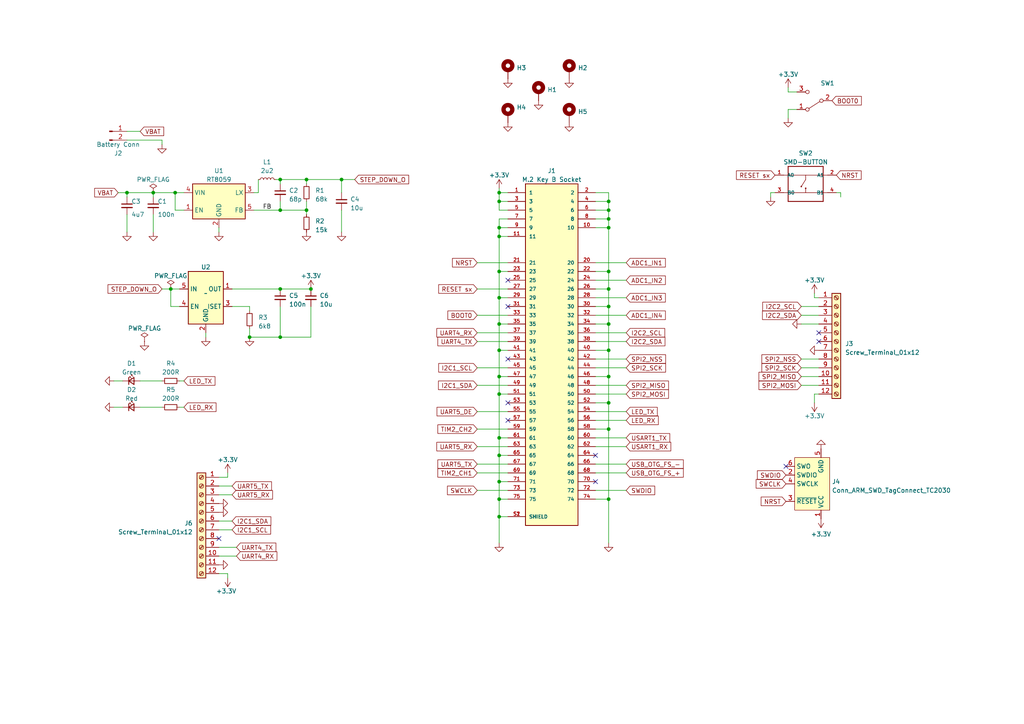
<source format=kicad_sch>
(kicad_sch (version 20230121) (generator eeschema)
  (paper "A4")
  (title_block (title "STLoRa Carrier Board") (date "2023-07-24") (rev "V1a") (company "SenseA Lab"))
  (lib_symbols
    (symbol "Collins_Custom_Libs:M.2 Key B Socket" (pin_names (offset 1.016))
      (property "Reference" "J" (at -7.62 49.022 0))
      (property "Value" "M.2 Key B Socket" (at -7.62 -51.562 0))
      (symbol "M.2 Key B Socket_0_0"
        (rectangle (start -7.62 -50.8) (end 7.62 48.26) (stroke (width 0.254)) (fill (type background)))
        (pin passive line (at -12.7 45.72 0) (length 5.08) (name "1") (number "1"))
        (pin passive line (at 12.7 35.56 180) (length 5.08) (name "10") (number "10"))
        (pin passive line (at -12.7 33.02 0) (length 5.08) (name "11") (number "11"))
        (pin passive line (at 12.7 45.72 180) (length 5.08) (name "2") (number "2"))
        (pin passive line (at 12.7 25.4 180) (length 5.08) (name "20") (number "20"))
        (pin passive line (at -12.7 25.4 0) (length 5.08) (name "21") (number "21"))
        (pin passive line (at 12.7 22.86 180) (length 5.08) (name "22") (number "22"))
        (pin passive line (at -12.7 22.86 0) (length 5.08) (name "23") (number "23"))
        (pin passive line (at 12.7 20.32 180) (length 5.08) (name "24") (number "24"))
        (pin passive line (at -12.7 20.32 0) (length 5.08) (name "25") (number "25"))
        (pin passive line (at 12.7 17.78 180) (length 5.08) (name "26") (number "26"))
        (pin passive line (at -12.7 17.78 0) (length 5.08) (name "27") (number "27"))
        (pin passive line (at 12.7 15.24 180) (length 5.08) (name "28") (number "28"))
        (pin passive line (at -12.7 15.24 0) (length 5.08) (name "29") (number "29"))
        (pin passive line (at -12.7 43.18 0) (length 5.08) (name "3") (number "3"))
        (pin passive line (at 12.7 12.7 180) (length 5.08) (name "30") (number "30"))
        (pin passive line (at -12.7 12.7 0) (length 5.08) (name "31") (number "31"))
        (pin passive line (at 12.7 10.16 180) (length 5.08) (name "32") (number "32"))
        (pin passive line (at -12.7 10.16 0) (length 5.08) (name "33") (number "33"))
        (pin passive line (at 12.7 7.62 180) (length 5.08) (name "34") (number "34"))
        (pin passive line (at -12.7 7.62 0) (length 5.08) (name "35") (number "35"))
        (pin passive line (at 12.7 5.08 180) (length 5.08) (name "36") (number "36"))
        (pin passive line (at -12.7 5.08 0) (length 5.08) (name "37") (number "37"))
        (pin passive line (at 12.7 2.54 180) (length 5.08) (name "38") (number "38"))
        (pin passive line (at -12.7 2.54 0) (length 5.08) (name "39") (number "39"))
        (pin passive line (at 12.7 43.18 180) (length 5.08) (name "4") (number "4"))
        (pin passive line (at 12.7 0 180) (length 5.08) (name "40") (number "40"))
        (pin passive line (at -12.7 0 0) (length 5.08) (name "41") (number "41"))
        (pin passive line (at 12.7 -2.54 180) (length 5.08) (name "42") (number "42"))
        (pin passive line (at -12.7 -2.54 0) (length 5.08) (name "43") (number "43"))
        (pin passive line (at 12.7 -5.08 180) (length 5.08) (name "44") (number "44"))
        (pin passive line (at -12.7 -5.08 0) (length 5.08) (name "45") (number "45"))
        (pin passive line (at 12.7 -7.62 180) (length 5.08) (name "46") (number "46"))
        (pin passive line (at -12.7 -7.62 0) (length 5.08) (name "47") (number "47"))
        (pin passive line (at 12.7 -10.16 180) (length 5.08) (name "48") (number "48"))
        (pin passive line (at -12.7 -10.16 0) (length 5.08) (name "49") (number "49"))
        (pin passive line (at -12.7 40.64 0) (length 5.08) (name "5") (number "5"))
        (pin passive line (at 12.7 -12.7 180) (length 5.08) (name "50") (number "50"))
        (pin passive line (at -12.7 -12.7 0) (length 5.08) (name "51") (number "51"))
        (pin passive line (at 12.7 -15.24 180) (length 5.08) (name "52") (number "52"))
        (pin passive line (at -12.7 -15.24 0) (length 5.08) (name "53") (number "53"))
        (pin passive line (at 12.7 -17.78 180) (length 5.08) (name "54") (number "54"))
        (pin passive line (at -12.7 -17.78 0) (length 5.08) (name "55") (number "55"))
        (pin passive line (at 12.7 -20.32 180) (length 5.08) (name "56") (number "56"))
        (pin passive line (at -12.7 -20.32 0) (length 5.08) (name "57") (number "57"))
        (pin passive line (at 12.7 -22.86 180) (length 5.08) (name "58") (number "58"))
        (pin passive line (at -12.7 -22.86 0) (length 5.08) (name "59") (number "59"))
        (pin passive line (at 12.7 40.64 180) (length 5.08) (name "6") (number "6"))
        (pin passive line (at 12.7 -25.4 180) (length 5.08) (name "60") (number "60"))
        (pin passive line (at -12.7 -25.4 0) (length 5.08) (name "61") (number "61"))
        (pin passive line (at 12.7 -27.94 180) (length 5.08) (name "62") (number "62"))
        (pin passive line (at -12.7 -27.94 0) (length 5.08) (name "63") (number "63"))
        (pin passive line (at 12.7 -30.48 180) (length 5.08) (name "64") (number "64"))
        (pin passive line (at -12.7 -30.48 0) (length 5.08) (name "65") (number "65"))
        (pin passive line (at 12.7 -33.02 180) (length 5.08) (name "66") (number "66"))
        (pin passive line (at -12.7 -33.02 0) (length 5.08) (name "67") (number "67"))
        (pin passive line (at 12.7 -35.56 180) (length 5.08) (name "68") (number "68"))
        (pin passive line (at -12.7 -35.56 0) (length 5.08) (name "69") (number "69"))
        (pin passive line (at -12.7 38.1 0) (length 5.08) (name "7") (number "7"))
        (pin passive line (at 12.7 -38.1 180) (length 5.08) (name "70") (number "70"))
        (pin passive line (at -12.7 -38.1 0) (length 5.08) (name "71") (number "71"))
        (pin passive line (at 12.7 -40.64 180) (length 5.08) (name "72") (number "72"))
        (pin passive line (at -12.7 -40.64 0) (length 5.08) (name "73") (number "73"))
        (pin passive line (at 12.7 -43.18 180) (length 5.08) (name "74") (number "74"))
        (pin passive line (at -12.7 -43.18 0) (length 5.08) (name "75") (number "75"))
        (pin passive line (at 12.7 38.1 180) (length 5.08) (name "8") (number "8"))
        (pin passive line (at -12.7 35.56 0) (length 5.08) (name "9") (number "9"))
        (pin passive line (at -12.7 -48.26 0) (length 5.08) (name "SHIELD") (number "S1"))
        (pin passive line (at -12.7 -48.26 0) (length 5.08) (name "SHIELD") (number "S2"))
      )
    )
    (symbol "Collins_Custom_Libs:RT8059"
      (property "Reference" "U" (at 0 6.35 0))
      (property "Value" "RT8059" (at 0 8.89 0))
      (symbol "RT8059_0_1"
        (rectangle (start -7.62 5.08) (end 7.62 -5.08) (stroke (width 0.254)) (fill (type background)))
      )
      (symbol "RT8059_1_1"
        (pin input line (at -10.16 -2.54 0) (length 2.54) (name "EN") (number "1"))
        (pin power_in line (at 0 -7.62 90) (length 2.54) (name "GND") (number "2"))
        (pin power_out line (at 10.16 2.54 180) (length 2.54) (name "LX") (number "3"))
        (pin power_in line (at -10.16 2.54 0) (length 2.54) (name "VIN") (number "4"))
        (pin input line (at 10.16 -2.54 180) (length 2.54) (name "FB") (number "5"))
      )
    )
    (symbol "Collins_Custom_Libs:SMD-BUTTON(4P-5.2X5.2X1.5MM-SKQGADE010)" (pin_names (offset 1.016))
      (property "Reference" "SW" (at -5.0859 5.0859 0))
      (property "Value" "SMD-BUTTON" (at -5.08 -7.62 0))
      (symbol "SMD-BUTTON(4P-5.2X5.2X1.5MM-SKQGADE010)_0_0"
        (circle (center -1.27 -0.762) (radius 0.1524))
        (circle (center 0 -1.27) (radius 0.1524))
        (polyline (pts (xy -6.35 -2.54) (xy -5.08 -2.54)) (stroke (width 0.1524)))
        (polyline (pts (xy -6.35 2.54) (xy -5.08 2.54)) (stroke (width 0.1524)))
        (polyline (pts (xy -5.08 -5.08) (xy -5.08 -2.54)) (stroke (width 0.254)))
        (polyline (pts (xy -5.08 -2.54) (xy -5.08 2.54)) (stroke (width 0.254)))
        (polyline (pts (xy -5.08 2.54) (xy -5.08 5.08)) (stroke (width 0.254)))
        (polyline (pts (xy -5.08 2.54) (xy 0 2.54)) (stroke (width 0.1524)))
        (polyline (pts (xy -5.08 5.08) (xy 5.08 5.08)) (stroke (width 0.254)))
        (polyline (pts (xy 0 -2.54) (xy -5.08 -2.54)) (stroke (width 0.1524)))
        (polyline (pts (xy 0 -2.54) (xy 5.08 -2.54)) (stroke (width 0.1524)))
        (polyline (pts (xy 0 -1.27) (xy 0 -2.54)) (stroke (width 0.1524)))
        (polyline (pts (xy 0 1.27) (xy -1.27 -0.762)) (stroke (width 0.1524)))
        (polyline (pts (xy 0 2.54) (xy 0 1.27)) (stroke (width 0.1524)))
        (polyline (pts (xy 0 2.54) (xy 5.08 2.54)) (stroke (width 0.1524)))
        (polyline (pts (xy 5.08 -5.08) (xy -5.08 -5.08)) (stroke (width 0.254)))
        (polyline (pts (xy 5.08 -2.54) (xy 5.08 -5.08)) (stroke (width 0.254)))
        (polyline (pts (xy 5.08 2.54) (xy 5.08 -2.54)) (stroke (width 0.254)))
        (polyline (pts (xy 5.08 5.08) (xy 5.08 2.54)) (stroke (width 0.254)))
        (polyline (pts (xy 6.35 -2.54) (xy 5.08 -2.54)) (stroke (width 0.1524)))
        (polyline (pts (xy 6.35 2.54) (xy 5.08 2.54)) (stroke (width 0.1524)))
        (pin bidirectional line (at -8.89 2.54 0) (length 2.54) (name "A0") (number "1"))
        (pin bidirectional line (at 8.89 2.54 180) (length 2.54) (name "A1") (number "2"))
        (pin bidirectional line (at -8.89 -2.54 0) (length 2.54) (name "B0") (number "3"))
        (pin bidirectional line (at 8.89 -2.54 180) (length 2.54) (name "B1") (number "4"))
      )
    )
    (symbol "Collins_Custom_Libs:SY6280"
      (property "Reference" "U" (at 0 8.89 0))
      (symbol "SY6280_0_1"
        (rectangle (start -5.08 7.62) (end 5.08 -7.62) (stroke (width 0.254)) (fill (type background)))
      )
      (symbol "SY6280_1_1"
        (pin power_out line (at 7.62 2.54 180) (length 2.54) (name "OUT") (number "1"))
        (pin power_in line (at 0 -10.16 90) (length 2.54) (name "GND") (number "2"))
        (pin input line (at 7.62 -2.54 180) (length 2.54) (name "ISET") (number "3"))
        (pin input line (at -7.62 -2.54 0) (length 2.54) (name "EN") (number "4"))
        (pin power_in line (at -7.62 2.54 0) (length 2.54) (name "IN") (number "5"))
      )
    )
    (symbol "Connector:Conn_01x02_Pin" (pin_names (offset 1.016) hide)
      (property "Reference" "J" (at 0 2.54 0))
      (property "Value" "Conn_01x02_Pin" (at 0 -5.08 0))
      (symbol "Conn_01x02_Pin_1_1"
        (polyline (pts (xy 1.27 -2.54) (xy 0.8636 -2.54)) (stroke (width 0.1524)))
        (polyline (pts (xy 1.27 0) (xy 0.8636 0)) (stroke (width 0.1524)))
        (rectangle (start 0.8636 -2.413) (end 0 -2.667) (stroke (width 0.1524)) (fill (type outline)))
        (rectangle (start 0.8636 0.127) (end 0 -0.127) (stroke (width 0.1524)) (fill (type outline)))
        (pin passive line (at 5.08 0 180) (length 3.81) (name "Pin_1") (number "1"))
        (pin passive line (at 5.08 -2.54 180) (length 3.81) (name "Pin_2") (number "2"))
      )
    )
    (symbol "Connector:Conn_ARM_SWD_TagConnect_TC2030" (in_bom no)
      (property "Reference" "J" (at 2.54 11.43 0))
      (property "Value" "Conn_ARM_SWD_TagConnect_TC2030" (at 5.08 8.89 0))
      (symbol "Conn_ARM_SWD_TagConnect_TC2030_0_0"
        (pin power_in line (at -2.54 10.16 270) (length 2.54) (name "VCC") (number "1"))
        (pin bidirectional line (at 7.62 -2.54 180) (length 2.54) (name "SWDIO") (number "2"))
        (pin open_collector line (at 7.62 5.08 180) (length 2.54) (name "~{RESET}") (number "3"))
        (pin output line (at 7.62 0 180) (length 2.54) (name "SWCLK") (number "4"))
        (pin power_in line (at -2.54 -10.16 90) (length 2.54) (name "GND") (number "5"))
        (pin input line (at 7.62 -5.08 180) (length 2.54) (name "SWO") (number "6"))
      )
      (symbol "Conn_ARM_SWD_TagConnect_TC2030_0_1"
        (rectangle (start -5.08 7.62) (end 5.08 -7.62) (fill (type background)))
      )
    )
    (symbol "Connector:Screw_Terminal_01x12" (pin_names (offset 1.016) hide)
      (property "Reference" "J" (at 0 15.24 0))
      (property "Value" "Screw_Terminal_01x12" (at 0 -17.78 0))
      (symbol "Screw_Terminal_01x12_1_1"
        (rectangle (start -1.27 13.97) (end 1.27 -16.51) (stroke (width 0.254)) (fill (type background)))
        (circle (center 0 -15.24) (radius 0.635) (stroke (width 0.1524)))
        (circle (center 0 -12.7) (radius 0.635) (stroke (width 0.1524)))
        (circle (center 0 -10.16) (radius 0.635) (stroke (width 0.1524)))
        (circle (center 0 -7.62) (radius 0.635) (stroke (width 0.1524)))
        (circle (center 0 -5.08) (radius 0.635) (stroke (width 0.1524)))
        (circle (center 0 -2.54) (radius 0.635) (stroke (width 0.1524)))
        (polyline (pts (xy -0.5334 -14.9098) (xy 0.3302 -15.748)) (stroke (width 0.1524)))
        (polyline (pts (xy -0.5334 -12.3698) (xy 0.3302 -13.208)) (stroke (width 0.1524)))
        (polyline (pts (xy -0.5334 -9.8298) (xy 0.3302 -10.668)) (stroke (width 0.1524)))
        (polyline (pts (xy -0.5334 -7.2898) (xy 0.3302 -8.128)) (stroke (width 0.1524)))
        (polyline (pts (xy -0.5334 -4.7498) (xy 0.3302 -5.588)) (stroke (width 0.1524)))
        (polyline (pts (xy -0.5334 -2.2098) (xy 0.3302 -3.048)) (stroke (width 0.1524)))
        (polyline (pts (xy -0.5334 0.3302) (xy 0.3302 -0.508)) (stroke (width 0.1524)))
        (polyline (pts (xy -0.5334 2.8702) (xy 0.3302 2.032)) (stroke (width 0.1524)))
        (polyline (pts (xy -0.5334 5.4102) (xy 0.3302 4.572)) (stroke (width 0.1524)))
        (polyline (pts (xy -0.5334 7.9502) (xy 0.3302 7.112)) (stroke (width 0.1524)))
        (polyline (pts (xy -0.5334 10.4902) (xy 0.3302 9.652)) (stroke (width 0.1524)))
        (polyline (pts (xy -0.5334 13.0302) (xy 0.3302 12.192)) (stroke (width 0.1524)))
        (polyline (pts (xy -0.3556 -14.732) (xy 0.508 -15.5702)) (stroke (width 0.1524)))
        (polyline (pts (xy -0.3556 -12.192) (xy 0.508 -13.0302)) (stroke (width 0.1524)))
        (polyline (pts (xy -0.3556 -9.652) (xy 0.508 -10.4902)) (stroke (width 0.1524)))
        (polyline (pts (xy -0.3556 -7.112) (xy 0.508 -7.9502)) (stroke (width 0.1524)))
        (polyline (pts (xy -0.3556 -4.572) (xy 0.508 -5.4102)) (stroke (width 0.1524)))
        (polyline (pts (xy -0.3556 -2.032) (xy 0.508 -2.8702)) (stroke (width 0.1524)))
        (polyline (pts (xy -0.3556 0.508) (xy 0.508 -0.3302)) (stroke (width 0.1524)))
        (polyline (pts (xy -0.3556 3.048) (xy 0.508 2.2098)) (stroke (width 0.1524)))
        (polyline (pts (xy -0.3556 5.588) (xy 0.508 4.7498)) (stroke (width 0.1524)))
        (polyline (pts (xy -0.3556 8.128) (xy 0.508 7.2898)) (stroke (width 0.1524)))
        (polyline (pts (xy -0.3556 10.668) (xy 0.508 9.8298)) (stroke (width 0.1524)))
        (polyline (pts (xy -0.3556 13.208) (xy 0.508 12.3698)) (stroke (width 0.1524)))
        (circle (center 0 0) (radius 0.635) (stroke (width 0.1524)))
        (circle (center 0 2.54) (radius 0.635) (stroke (width 0.1524)))
        (circle (center 0 5.08) (radius 0.635) (stroke (width 0.1524)))
        (circle (center 0 7.62) (radius 0.635) (stroke (width 0.1524)))
        (circle (center 0 10.16) (radius 0.635) (stroke (width 0.1524)))
        (circle (center 0 12.7) (radius 0.635) (stroke (width 0.1524)))
        (pin passive line (at -5.08 12.7 0) (length 3.81) (name "Pin_1") (number "1"))
        (pin passive line (at -5.08 -10.16 0) (length 3.81) (name "Pin_10") (number "10"))
        (pin passive line (at -5.08 -12.7 0) (length 3.81) (name "Pin_11") (number "11"))
        (pin passive line (at -5.08 -15.24 0) (length 3.81) (name "Pin_12") (number "12"))
        (pin passive line (at -5.08 10.16 0) (length 3.81) (name "Pin_2") (number "2"))
        (pin passive line (at -5.08 7.62 0) (length 3.81) (name "Pin_3") (number "3"))
        (pin passive line (at -5.08 5.08 0) (length 3.81) (name "Pin_4") (number "4"))
        (pin passive line (at -5.08 2.54 0) (length 3.81) (name "Pin_5") (number "5"))
        (pin passive line (at -5.08 0 0) (length 3.81) (name "Pin_6") (number "6"))
        (pin passive line (at -5.08 -2.54 0) (length 3.81) (name "Pin_7") (number "7"))
        (pin passive line (at -5.08 -5.08 0) (length 3.81) (name "Pin_8") (number "8"))
        (pin passive line (at -5.08 -7.62 0) (length 3.81) (name "Pin_9") (number "9"))
      )
    )
    (symbol "Device:C_Small" (pin_numbers hide) (pin_names (offset 0.254) hide)
      (property "Reference" "C" (at 0.254 1.778 0))
      (property "Value" "C_Small" (at 0.254 -2.032 0))
      (symbol "C_Small_0_1"
        (polyline (pts (xy -1.524 -0.508) (xy 1.524 -0.508)) (stroke (width 0.3302)))
        (polyline (pts (xy -1.524 0.508) (xy 1.524 0.508)) (stroke (width 0.3048)))
      )
      (symbol "C_Small_1_1"
        (pin passive line (at 0 2.54 270) (length 2.032) (name "~") (number "1"))
        (pin passive line (at 0 -2.54 90) (length 2.032) (name "~") (number "2"))
      )
    )
    (symbol "Device:LED_Small" (pin_numbers hide) (pin_names (offset 0.254) hide)
      (property "Reference" "D" (at -1.27 3.175 0))
      (property "Value" "LED_Small" (at -4.445 -2.54 0))
      (symbol "LED_Small_0_1"
        (polyline (pts (xy -0.762 -1.016) (xy -0.762 1.016)) (stroke (width 0.254)))
        (polyline (pts (xy 1.016 0) (xy -0.762 0)))
        (polyline (pts (xy 0.762 -1.016) (xy -0.762 0) (xy 0.762 1.016) (xy 0.762 -1.016)) (stroke (width 0.254)))
        (polyline (pts (xy 0 0.762) (xy -0.508 1.27) (xy -0.254 1.27) (xy -0.508 1.27) (xy -0.508 1.016)))
        (polyline (pts (xy 0.508 1.27) (xy 0 1.778) (xy 0.254 1.778) (xy 0 1.778) (xy 0 1.524)))
      )
      (symbol "LED_Small_1_1"
        (pin passive line (at -2.54 0 0) (length 1.778) (name "K") (number "1"))
        (pin passive line (at 2.54 0 180) (length 1.778) (name "A") (number "2"))
      )
    )
    (symbol "Device:L_Small" (pin_numbers hide) (pin_names (offset 0.254) hide)
      (property "Reference" "L" (at 0.762 1.016 0))
      (property "Value" "L_Small" (at 0.762 -1.016 0))
      (symbol "L_Small_0_1"
        (arc (start 0 -2.032) (mid 0.5058 -1.524) (end 0 -1.016))
        (arc (start 0 -1.016) (mid 0.5058 -0.508) (end 0 0))
        (arc (start 0 0) (mid 0.5058 0.508) (end 0 1.016))
        (arc (start 0 1.016) (mid 0.5058 1.524) (end 0 2.032))
      )
      (symbol "L_Small_1_1"
        (pin passive line (at 0 2.54 270) (length 0.508) (name "~") (number "1"))
        (pin passive line (at 0 -2.54 90) (length 0.508) (name "~") (number "2"))
      )
    )
    (symbol "Device:R_Small" (pin_numbers hide) (pin_names (offset 0.254) hide)
      (property "Reference" "R" (at 0.762 0.508 0))
      (property "Value" "R_Small" (at 0.762 -1.016 0))
      (symbol "R_Small_0_1"
        (rectangle (start -0.762 1.778) (end 0.762 -1.778) (stroke (width 0.2032)))
      )
      (symbol "R_Small_1_1"
        (pin passive line (at 0 2.54 270) (length 0.762) (name "~") (number "1"))
        (pin passive line (at 0 -2.54 90) (length 0.762) (name "~") (number "2"))
      )
    )
    (symbol "Mechanical:MountingHole_Pad" (pin_numbers hide) (pin_names (offset 1.016) hide)
      (property "Reference" "H" (at 0 6.35 0))
      (property "Value" "MountingHole_Pad" (at 0 4.445 0))
      (symbol "MountingHole_Pad_0_1"
        (circle (center 0 1.27) (radius 1.27) (stroke (width 1.27)))
      )
      (symbol "MountingHole_Pad_1_1"
        (pin input line (at 0 -2.54 90) (length 2.54) (name "1") (number "1"))
      )
    )
    (symbol "Switch:SW_SPDT" (pin_names (offset 0) hide)
      (property "Reference" "SW" (at 0 4.318 0))
      (property "Value" "SW_SPDT" (at 0 -5.08 0))
      (symbol "SW_SPDT_0_0"
        (circle (center -2.032 0) (radius 0.508))
        (circle (center 2.032 -2.54) (radius 0.508))
      )
      (symbol "SW_SPDT_0_1"
        (polyline (pts (xy -1.524 0.254) (xy 1.651 2.286)))
        (circle (center 2.032 2.54) (radius 0.508))
      )
      (symbol "SW_SPDT_1_1"
        (pin passive line (at 5.08 2.54 180) (length 2.54) (name "A") (number "1"))
        (pin passive line (at -5.08 0 0) (length 2.54) (name "B") (number "2"))
        (pin passive line (at 5.08 -2.54 180) (length 2.54) (name "C") (number "3"))
      )
    )
    (symbol "power:+3.3V" (power) (pin_names (offset 0))
      (property "Value" "+3.3V" (at 0 3.556 0))
      (symbol "+3.3V_0_1"
        (polyline (pts (xy -0.762 1.27) (xy 0 2.54)))
        (polyline (pts (xy 0 0) (xy 0 2.54)))
        (polyline (pts (xy 0 2.54) (xy 0.762 1.27)))
      )
      (symbol "+3.3V_1_1"
        (pin power_in line (at 0 0 90) (length 0) hide (name "+3.3V") (number "1"))
      )
    )
    (symbol "power:GND" (power) (pin_names (offset 0))
      (property "Value" "GND" (at 0 -3.81 0))
      (symbol "GND_0_1"
        (polyline (pts (xy 0 0) (xy 0 -1.27) (xy 1.27 -1.27) (xy 0 -2.54) (xy -1.27 -1.27) (xy 0 -1.27)))
      )
      (symbol "GND_1_1"
        (pin power_in line (at 0 0 270) (length 0) hide (name "GND") (number "1"))
      )
    )
    (symbol "power:PWR_FLAG" (power) (pin_numbers hide) (pin_names (offset 0) hide)
      (property "Value" "PWR_FLAG" (at 0 3.81 0))
      (symbol "PWR_FLAG_0_0"
        (pin power_out line (at 0 0 90) (length 0) (name "pwr") (number "1"))
      )
      (symbol "PWR_FLAG_0_1"
        (polyline (pts (xy 0 0) (xy 0 1.27) (xy -1.016 1.905) (xy 0 2.54) (xy 1.016 1.905) (xy 0 1.27)))
      )
    )
  )
  (junction (at 144.78 114.3))
  (junction (at 144.78 86.36))
  (junction (at 176.53 66.04))
  (junction (at 176.53 88.9))
  (junction (at 81.28 83.82))
  (junction (at 144.78 101.6))
  (junction (at 176.53 78.74))
  (junction (at 144.78 78.74))
  (junction (at 176.53 101.6))
  (junction (at 50.8 55.88))
  (junction (at 36.83 55.88))
  (junction (at 176.53 116.84))
  (junction (at 81.28 60.96))
  (junction (at 88.9 60.96))
  (junction (at 144.78 66.04))
  (junction (at 144.78 144.78))
  (junction (at 176.53 58.42))
  (junction (at 90.17 83.82))
  (junction (at 144.78 149.86))
  (junction (at 144.78 93.98))
  (junction (at 176.53 93.98))
  (junction (at 144.78 55.88))
  (junction (at 49.53 83.82))
  (junction (at 144.78 139.7))
  (junction (at 99.06 52.07))
  (junction (at 144.78 132.08))
  (junction (at 81.28 52.07))
  (junction (at 72.39 97.79))
  (junction (at 144.78 68.58))
  (junction (at 44.45 55.88))
  (junction (at 81.28 97.79))
  (junction (at 176.53 83.82))
  (junction (at 144.78 58.42))
  (junction (at 176.53 124.46))
  (junction (at 88.9 52.07))
  (junction (at 176.53 109.22))
  (junction (at 176.53 144.78))
  (junction (at 176.53 63.5))
  (junction (at 144.78 109.22))
  (junction (at 144.78 127))
  (junction (at 176.53 60.96))
  (no_connect (at 147.32 104.14))
  (no_connect (at 172.72 139.7))
  (no_connect (at 147.32 81.28))
  (no_connect (at 237.49 96.52))
  (no_connect (at 227.965 135.255))
  (no_connect (at 147.32 116.84))
  (no_connect (at 237.49 99.06))
  (no_connect (at 63.5 156.21))
  (no_connect (at 147.32 121.92))
  (no_connect (at 147.32 88.9))
  (no_connect (at 172.72 132.08))
  (wire (pts (xy 81.28 52.07) (xy 81.28 53.34)))
  (wire (pts (xy 144.78 144.78) (xy 144.78 149.86)))
  (wire (pts (xy 59.69 97.79) (xy 59.69 96.52)))
  (wire (pts (xy 144.78 139.7) (xy 144.78 144.78)))
  (wire (pts (xy 138.43 129.54) (xy 147.32 129.54)))
  (wire (pts (xy 144.78 132.08) (xy 144.78 139.7)))
  (wire (pts (xy 138.43 76.2) (xy 147.32 76.2)))
  (wire (pts (xy 172.72 60.96) (xy 176.53 60.96)))
  (wire (pts (xy 36.83 57.15) (xy 36.83 55.88)))
  (wire (pts (xy 144.78 68.58) (xy 147.32 68.58)))
  (wire (pts (xy 50.8 60.96) (xy 50.8 55.88)))
  (wire (pts (xy 53.34 118.11) (xy 52.07 118.11)))
  (wire (pts (xy 144.78 78.74) (xy 144.78 86.36)))
  (wire (pts (xy 33.02 118.11) (xy 35.56 118.11)))
  (wire (pts (xy 36.83 40.64) (xy 46.99 40.64)))
  (wire (pts (xy 66.04 138.43) (xy 66.04 137.16)))
  (wire (pts (xy 73.66 60.96) (xy 81.28 60.96)))
  (wire (pts (xy 73.66 55.88) (xy 74.93 55.88)))
  (wire (pts (xy 172.72 55.88) (xy 176.53 55.88)))
  (wire (pts (xy 53.34 60.96) (xy 50.8 60.96)))
  (wire (pts (xy 138.43 106.68) (xy 147.32 106.68)))
  (wire (pts (xy 172.72 63.5) (xy 176.53 63.5)))
  (wire (pts (xy 99.06 60.96) (xy 99.06 67.31)))
  (wire (pts (xy 172.72 86.36) (xy 181.61 86.36)))
  (wire (pts (xy 172.72 93.98) (xy 176.53 93.98)))
  (wire (pts (xy 138.43 119.38) (xy 147.32 119.38)))
  (wire (pts (xy 236.22 86.36) (xy 237.49 86.36)))
  (wire (pts (xy 138.43 96.52) (xy 147.32 96.52)))
  (wire (pts (xy 81.28 60.96) (xy 81.28 58.42)))
  (wire (pts (xy 144.78 144.78) (xy 147.32 144.78)))
  (wire (pts (xy 99.06 52.07) (xy 102.87 52.07)))
  (wire (pts (xy 172.72 142.24) (xy 181.61 142.24)))
  (wire (pts (xy 138.43 137.16) (xy 147.32 137.16)))
  (wire (pts (xy 172.72 111.76) (xy 181.61 111.76)))
  (wire (pts (xy 81.28 88.9) (xy 81.28 97.79)))
  (wire (pts (xy 172.72 96.52) (xy 181.61 96.52)))
  (wire (pts (xy 176.53 116.84) (xy 176.53 124.46)))
  (wire (pts (xy 36.83 67.31) (xy 36.83 62.23)))
  (wire (pts (xy 232.41 91.44) (xy 237.49 91.44)))
  (wire (pts (xy 144.78 60.96) (xy 144.78 58.42)))
  (wire (pts (xy 63.5 138.43) (xy 66.04 138.43)))
  (wire (pts (xy 81.28 83.82) (xy 90.17 83.82)))
  (wire (pts (xy 144.78 139.7) (xy 147.32 139.7)))
  (wire (pts (xy 172.72 114.3) (xy 181.61 114.3)))
  (wire (pts (xy 90.17 97.79) (xy 81.28 97.79)))
  (wire (pts (xy 72.39 88.9) (xy 72.39 90.17)))
  (wire (pts (xy 138.43 91.44) (xy 147.32 91.44)))
  (wire (pts (xy 144.78 66.04) (xy 144.78 68.58)))
  (wire (pts (xy 144.78 149.86) (xy 147.32 149.86)))
  (wire (pts (xy 243.84 55.88) (xy 243.84 57.15)))
  (wire (pts (xy 172.72 81.28) (xy 181.61 81.28)))
  (wire (pts (xy 138.43 99.06) (xy 147.32 99.06)))
  (wire (pts (xy 172.72 91.44) (xy 181.61 91.44)))
  (wire (pts (xy 53.34 110.49) (xy 52.07 110.49)))
  (wire (pts (xy 144.78 93.98) (xy 147.32 93.98)))
  (wire (pts (xy 144.78 114.3) (xy 144.78 127)))
  (wire (pts (xy 172.72 121.92) (xy 181.61 121.92)))
  (wire (pts (xy 81.28 52.07) (xy 88.9 52.07)))
  (wire (pts (xy 144.78 63.5) (xy 144.78 66.04)))
  (wire (pts (xy 172.72 144.78) (xy 176.53 144.78)))
  (wire (pts (xy 176.53 58.42) (xy 176.53 60.96)))
  (wire (pts (xy 144.78 68.58) (xy 144.78 78.74)))
  (wire (pts (xy 138.43 134.62) (xy 147.32 134.62)))
  (wire (pts (xy 99.06 52.07) (xy 99.06 55.88)))
  (wire (pts (xy 144.78 86.36) (xy 147.32 86.36)))
  (wire (pts (xy 144.78 66.04) (xy 147.32 66.04)))
  (wire (pts (xy 147.32 60.96) (xy 144.78 60.96)))
  (wire (pts (xy 81.28 97.79) (xy 72.39 97.79)))
  (wire (pts (xy 63.5 67.31) (xy 63.5 66.04)))
  (wire (pts (xy 40.64 110.49) (xy 46.99 110.49)))
  (wire (pts (xy 144.78 132.08) (xy 147.32 132.08)))
  (wire (pts (xy 88.9 52.07) (xy 88.9 53.34)))
  (wire (pts (xy 232.41 106.68) (xy 237.49 106.68)))
  (wire (pts (xy 144.78 78.74) (xy 147.32 78.74)))
  (wire (pts (xy 176.53 55.88) (xy 176.53 58.42)))
  (wire (pts (xy 176.53 93.98) (xy 176.53 101.6)))
  (wire (pts (xy 144.78 101.6) (xy 147.32 101.6)))
  (wire (pts (xy 228.6 31.75) (xy 231.14 31.75)))
  (wire (pts (xy 138.43 142.24) (xy 147.32 142.24)))
  (wire (pts (xy 172.72 66.04) (xy 176.53 66.04)))
  (wire (pts (xy 172.72 134.62) (xy 181.61 134.62)))
  (wire (pts (xy 172.72 58.42) (xy 176.53 58.42)))
  (wire (pts (xy 63.5 161.29) (xy 68.58 161.29)))
  (wire (pts (xy 176.53 109.22) (xy 176.53 116.84)))
  (wire (pts (xy 236.22 85.09) (xy 236.22 86.36)))
  (wire (pts (xy 44.45 55.88) (xy 50.8 55.88)))
  (wire (pts (xy 172.72 124.46) (xy 176.53 124.46)))
  (wire (pts (xy 172.72 137.16) (xy 181.61 137.16)))
  (wire (pts (xy 67.31 83.82) (xy 81.28 83.82)))
  (wire (pts (xy 223.52 55.88) (xy 223.52 57.15)))
  (wire (pts (xy 176.53 83.82) (xy 176.53 88.9)))
  (wire (pts (xy 232.41 93.98) (xy 237.49 93.98)))
  (wire (pts (xy 172.72 104.14) (xy 181.61 104.14)))
  (wire (pts (xy 144.78 109.22) (xy 147.32 109.22)))
  (wire (pts (xy 33.02 110.49) (xy 35.56 110.49)))
  (wire (pts (xy 176.53 144.78) (xy 176.53 157.48)))
  (wire (pts (xy 172.72 127) (xy 181.61 127)))
  (wire (pts (xy 144.78 101.6) (xy 144.78 109.22)))
  (wire (pts (xy 67.31 143.51) (xy 63.5 143.51)))
  (wire (pts (xy 144.78 127) (xy 147.32 127)))
  (wire (pts (xy 88.9 52.07) (xy 99.06 52.07)))
  (wire (pts (xy 44.45 67.31) (xy 44.45 62.23)))
  (wire (pts (xy 176.53 101.6) (xy 176.53 109.22)))
  (wire (pts (xy 144.78 58.42) (xy 147.32 58.42)))
  (wire (pts (xy 63.5 153.67) (xy 67.31 153.67)))
  (wire (pts (xy 144.78 55.88) (xy 147.32 55.88)))
  (wire (pts (xy 176.53 66.04) (xy 176.53 78.74)))
  (wire (pts (xy 176.53 124.46) (xy 176.53 144.78)))
  (wire (pts (xy 40.64 118.11) (xy 46.99 118.11)))
  (wire (pts (xy 232.41 104.14) (xy 237.49 104.14)))
  (wire (pts (xy 172.72 129.54) (xy 181.61 129.54)))
  (wire (pts (xy 232.41 88.9) (xy 237.49 88.9)))
  (wire (pts (xy 172.72 78.74) (xy 176.53 78.74)))
  (wire (pts (xy 46.99 83.82) (xy 49.53 83.82)))
  (wire (pts (xy 144.78 58.42) (xy 144.78 55.88)))
  (wire (pts (xy 172.72 88.9) (xy 176.53 88.9)))
  (wire (pts (xy 66.04 167.64) (xy 66.04 166.37)))
  (wire (pts (xy 144.78 86.36) (xy 144.78 93.98)))
  (wire (pts (xy 138.43 124.46) (xy 147.32 124.46)))
  (wire (pts (xy 236.22 114.3) (xy 236.22 116.84)))
  (wire (pts (xy 224.79 55.88) (xy 223.52 55.88)))
  (wire (pts (xy 49.53 83.82) (xy 52.07 83.82)))
  (wire (pts (xy 36.83 55.88) (xy 44.45 55.88)))
  (wire (pts (xy 90.17 88.9) (xy 90.17 97.79)))
  (wire (pts (xy 242.57 55.88) (xy 243.84 55.88)))
  (wire (pts (xy 144.78 127) (xy 144.78 132.08)))
  (wire (pts (xy 36.83 38.1) (xy 40.64 38.1)))
  (wire (pts (xy 66.04 166.37) (xy 63.5 166.37)))
  (wire (pts (xy 88.9 58.42) (xy 88.9 60.96)))
  (wire (pts (xy 52.07 88.9) (xy 49.53 88.9)))
  (wire (pts (xy 72.39 97.79) (xy 72.39 95.25)))
  (wire (pts (xy 176.53 63.5) (xy 176.53 66.04)))
  (wire (pts (xy 172.72 119.38) (xy 181.61 119.38)))
  (wire (pts (xy 46.99 40.64) (xy 46.99 41.91)))
  (wire (pts (xy 67.31 88.9) (xy 72.39 88.9)))
  (wire (pts (xy 144.78 93.98) (xy 144.78 101.6)))
  (wire (pts (xy 176.53 88.9) (xy 176.53 93.98)))
  (wire (pts (xy 34.29 55.88) (xy 36.83 55.88)))
  (wire (pts (xy 63.5 158.75) (xy 68.58 158.75)))
  (wire (pts (xy 50.8 55.88) (xy 53.34 55.88)))
  (wire (pts (xy 81.28 60.96) (xy 88.9 60.96)))
  (wire (pts (xy 88.9 60.96) (xy 88.9 62.23)))
  (wire (pts (xy 228.6 34.29) (xy 228.6 31.75)))
  (wire (pts (xy 147.32 63.5) (xy 144.78 63.5)))
  (wire (pts (xy 67.31 140.97) (xy 63.5 140.97)))
  (wire (pts (xy 176.53 78.74) (xy 176.53 83.82)))
  (wire (pts (xy 63.5 151.13) (xy 67.31 151.13)))
  (wire (pts (xy 172.72 116.84) (xy 176.53 116.84)))
  (wire (pts (xy 144.78 114.3) (xy 147.32 114.3)))
  (wire (pts (xy 80.01 52.07) (xy 81.28 52.07)))
  (wire (pts (xy 138.43 111.76) (xy 147.32 111.76)))
  (wire (pts (xy 172.72 106.68) (xy 181.61 106.68)))
  (wire (pts (xy 44.45 57.15) (xy 44.45 55.88)))
  (wire (pts (xy 172.72 83.82) (xy 176.53 83.82)))
  (wire (pts (xy 172.72 101.6) (xy 176.53 101.6)))
  (wire (pts (xy 176.53 60.96) (xy 176.53 63.5)))
  (wire (pts (xy 49.53 88.9) (xy 49.53 83.82)))
  (wire (pts (xy 144.78 55.88) (xy 144.78 54.61)))
  (wire (pts (xy 172.72 109.22) (xy 176.53 109.22)))
  (wire (pts (xy 232.41 111.76) (xy 237.49 111.76)))
  (wire (pts (xy 237.49 114.3) (xy 236.22 114.3)))
  (wire (pts (xy 144.78 149.86) (xy 144.78 157.48)))
  (wire (pts (xy 74.93 55.88) (xy 74.93 52.07)))
  (wire (pts (xy 228.6 26.67) (xy 231.14 26.67)))
  (wire (pts (xy 172.72 99.06) (xy 181.61 99.06)))
  (wire (pts (xy 144.78 109.22) (xy 144.78 114.3)))
  (wire (pts (xy 228.6 25.4) (xy 228.6 26.67)))
  (wire (pts (xy 232.41 109.22) (xy 237.49 109.22)))
  (wire (pts (xy 172.72 76.2) (xy 181.61 76.2)))
  (wire (pts (xy 138.43 83.82) (xy 147.32 83.82)))
  (label "FB" (at 76.2 60.96 0))
  (global_label "SPI2_MISO" (shape input) (at 181.61 111.76 0) (property "Intersheetrefs" "${INTERSHEET_REFS}" (effects hide)))
  (global_label "I2C1_SDA" (shape input) (at 138.43 111.76 180) (property "Intersheetrefs" "${INTERSHEET_REFS}" (effects hide)))
  (global_label "STEP_DOWN_O" (shape input) (at 46.99 83.82 180) (property "Intersheetrefs" "${INTERSHEET_REFS}" (effects hide)))
  (global_label "NRST" (shape input) (at 242.57 50.8 0) (property "Intersheetrefs" "${INTERSHEET_REFS}" (effects hide)))
  (global_label "UART5_TX" (shape input) (at 67.31 140.97 0) (property "Intersheetrefs" "${INTERSHEET_REFS}" (effects hide)))
  (global_label "I2C1_SCL" (shape input) (at 67.31 153.67 0) (property "Intersheetrefs" "${INTERSHEET_REFS}" (effects hide)))
  (global_label "SWCLK" (shape input) (at 138.43 142.24 180) (property "Intersheetrefs" "${INTERSHEET_REFS}" (effects hide)))
  (global_label "UART5_RX" (shape input) (at 138.43 129.54 180) (property "Intersheetrefs" "${INTERSHEET_REFS}" (effects hide)))
  (global_label "USB_OTG_FS_-" (shape input) (at 181.61 134.62 0) (property "Intersheetrefs" "${INTERSHEET_REFS}" (effects hide)))
  (global_label "NRST" (shape input) (at 227.965 145.415 180) (property "Intersheetrefs" "${INTERSHEET_REFS}" (effects hide)))
  (global_label "TIM2_CH1" (shape input) (at 138.43 137.16 180) (property "Intersheetrefs" "${INTERSHEET_REFS}" (effects hide)))
  (global_label "TIM2_CH2" (shape input) (at 138.43 124.46 180) (property "Intersheetrefs" "${INTERSHEET_REFS}" (effects hide)))
  (global_label "USB_OTG_FS_+" (shape input) (at 181.61 137.16 0) (property "Intersheetrefs" "${INTERSHEET_REFS}" (effects hide)))
  (global_label "SPI2_MOSI" (shape input) (at 232.41 111.76 180) (property "Intersheetrefs" "${INTERSHEET_REFS}" (effects hide)))
  (global_label "RESET sx" (shape input) (at 138.43 83.82 180) (property "Intersheetrefs" "${INTERSHEET_REFS}" (effects hide)))
  (global_label "BOOT0" (shape input) (at 138.43 91.44 180) (property "Intersheetrefs" "${INTERSHEET_REFS}" (effects hide)))
  (global_label "SPI2_MOSI" (shape input) (at 181.61 114.3 0) (property "Intersheetrefs" "${INTERSHEET_REFS}" (effects hide)))
  (global_label "USART1_TX" (shape input) (at 181.61 127 0) (property "Intersheetrefs" "${INTERSHEET_REFS}" (effects hide)))
  (global_label "LED_RX" (shape input) (at 181.61 121.92 0) (property "Intersheetrefs" "${INTERSHEET_REFS}" (effects hide)))
  (global_label "SPI2_SCK" (shape input) (at 232.41 106.68 180) (property "Intersheetrefs" "${INTERSHEET_REFS}" (effects hide)))
  (global_label "STEP_DOWN_O" (shape input) (at 102.87 52.07 0) (property "Intersheetrefs" "${INTERSHEET_REFS}" (effects hide)))
  (global_label "NRST" (shape input) (at 138.43 76.2 180) (property "Intersheetrefs" "${INTERSHEET_REFS}" (effects hide)))
  (global_label "ADC1_IN4" (shape input) (at 181.61 91.44 0) (property "Intersheetrefs" "${INTERSHEET_REFS}" (effects hide)))
  (global_label "UART4_RX" (shape input) (at 138.43 96.52 180) (property "Intersheetrefs" "${INTERSHEET_REFS}" (effects hide)))
  (global_label "BOOT0" (shape input) (at 241.3 29.21 0) (property "Intersheetrefs" "${INTERSHEET_REFS}" (effects hide)))
  (global_label "I2C2_SDA" (shape input) (at 181.61 99.06 0) (property "Intersheetrefs" "${INTERSHEET_REFS}" (effects hide)))
  (global_label "I2C2_SCL" (shape input) (at 181.61 96.52 0) (property "Intersheetrefs" "${INTERSHEET_REFS}" (effects hide)))
  (global_label "SPI2_SCK" (shape input) (at 181.61 106.68 0) (property "Intersheetrefs" "${INTERSHEET_REFS}" (effects hide)))
  (global_label "UART4_TX" (shape input) (at 68.58 158.75 0) (property "Intersheetrefs" "${INTERSHEET_REFS}" (effects hide)))
  (global_label "LED_TX" (shape input) (at 53.34 110.49 0) (property "Intersheetrefs" "${INTERSHEET_REFS}" (effects hide)))
  (global_label "SWDIO" (shape input) (at 227.965 137.795 180) (property "Intersheetrefs" "${INTERSHEET_REFS}" (effects hide)))
  (global_label "USART1_RX" (shape input) (at 181.61 129.54 0) (property "Intersheetrefs" "${INTERSHEET_REFS}" (effects hide)))
  (global_label "UART5_TX" (shape input) (at 138.43 134.62 180) (property "Intersheetrefs" "${INTERSHEET_REFS}" (effects hide)))
  (global_label "UART5_RX" (shape input) (at 67.31 143.51 0) (property "Intersheetrefs" "${INTERSHEET_REFS}" (effects hide)))
  (global_label "UART5_DE" (shape input) (at 138.43 119.38 180) (property "Intersheetrefs" "${INTERSHEET_REFS}" (effects hide)))
  (global_label "I2C2_SCL" (shape input) (at 232.41 88.9 180) (property "Intersheetrefs" "${INTERSHEET_REFS}" (effects hide)))
  (global_label "I2C1_SCL" (shape input) (at 138.43 106.68 180) (property "Intersheetrefs" "${INTERSHEET_REFS}" (effects hide)))
  (global_label "UART4_TX" (shape input) (at 138.43 99.06 180) (property "Intersheetrefs" "${INTERSHEET_REFS}" (effects hide)))
  (global_label "RESET sx" (shape input) (at 224.79 50.8 180) (property "Intersheetrefs" "${INTERSHEET_REFS}" (effects hide)))
  (global_label "I2C2_SDA" (shape input) (at 232.41 91.44 180) (property "Intersheetrefs" "${INTERSHEET_REFS}" (effects hide)))
  (global_label "UART4_RX" (shape input) (at 68.58 161.29 0) (property "Intersheetrefs" "${INTERSHEET_REFS}" (effects hide)))
  (global_label "SPI2_MISO" (shape input) (at 232.41 109.22 180) (property "Intersheetrefs" "${INTERSHEET_REFS}" (effects hide)))
  (global_label "SWDIO" (shape input) (at 181.61 142.24 0) (property "Intersheetrefs" "${INTERSHEET_REFS}" (effects hide)))
  (global_label "I2C1_SDA" (shape input) (at 67.31 151.13 0) (property "Intersheetrefs" "${INTERSHEET_REFS}" (effects hide)))
  (global_label "VBAT" (shape input) (at 34.29 55.88 180) (property "Intersheetrefs" "${INTERSHEET_REFS}" (effects hide)))
  (global_label "VBAT" (shape input) (at 40.64 38.1 0) (property "Intersheetrefs" "${INTERSHEET_REFS}" (effects hide)))
  (global_label "ADC1_IN3" (shape input) (at 181.61 86.36 0) (property "Intersheetrefs" "${INTERSHEET_REFS}" (effects hide)))
  (global_label "ADC1_IN2" (shape input) (at 181.61 81.28 0) (property "Intersheetrefs" "${INTERSHEET_REFS}" (effects hide)))
  (global_label "SPI2_NSS" (shape input) (at 232.41 104.14 180) (property "Intersheetrefs" "${INTERSHEET_REFS}" (effects hide)))
  (global_label "LED_RX" (shape input) (at 53.34 118.11 0) (property "Intersheetrefs" "${INTERSHEET_REFS}" (effects hide)))
  (global_label "ADC1_IN1" (shape input) (at 181.61 76.2 0) (property "Intersheetrefs" "${INTERSHEET_REFS}" (effects hide)))
  (global_label "LED_TX" (shape input) (at 181.61 119.38 0) (property "Intersheetrefs" "${INTERSHEET_REFS}" (effects hide)))
  (global_label "SWCLK" (shape input) (at 227.965 140.335 180) (property "Intersheetrefs" "${INTERSHEET_REFS}" (effects hide)))
  (global_label "SPI2_NSS" (shape input) (at 181.61 104.14 0) (property "Intersheetrefs" "${INTERSHEET_REFS}" (effects hide)))
  (symbol (lib_id "power:GND") (at 238.125 130.175 180) (unit 1)
    (property "Reference" "#PWR021" (effects hide))
    (property "Value" "GND" (effects hide))
  )
  (symbol (lib_id "Collins_Custom_Libs:M.2 Key B Socket") (at 160.02 101.6 0) (unit 1)
    (property "Reference" "J1" (at 160.02 49.53 0))
    (property "Value" "M.2 Key B Socket" (at 160.02 52.07 0))
    (property "Footprint" "Collins_Custom_Libs:M.2 Key B Socket" (effects hide))
    (property "Comment" "1-2199119-0" (effects hide))
    (property "EU_RoHS_Compliance" "Compliant" (effects hide))
  )
  (symbol (lib_id "power:GND") (at 33.02 118.11 270) (unit 1)
    (property "Reference" "#PWR018" (effects hide))
    (property "Value" "GND" (effects hide))
  )
  (symbol (lib_id "power:GND") (at 36.83 67.31 0) (unit 1)
    (property "Reference" "#PWR01" (effects hide))
    (property "Value" "GND" (effects hide))
  )
  (symbol (lib_id "Device:LED_Small") (at 38.1 110.49 0) (unit 1)
    (property "Reference" "D1" (at 38.1635 105.41 0))
    (property "Value" "Green" (at 38.1635 107.95 0))
    (property "Footprint" "LED_SMD:LED_0402_1005Metric" (effects hide))
  )
  (symbol (lib_id "Mechanical:MountingHole_Pad") (at 165.1 20.32 0) (unit 1)
    (property "Reference" "H2" (at 167.64 19.685 0) (effects (justify left)))
    (property "Value" "MountingHole_Pad" (effects hide))
    (property "Footprint" "MountingHole:MountingHole_2.5mm_Pad" (effects hide))
  )
  (symbol (lib_id "power:+3.3V") (at 236.22 85.09 0) (unit 1)
    (property "Reference" "#PWR019" (effects hide))
    (property "Value" "+3.3V" (at 236.22 81.28 0))
  )
  (symbol (lib_id "Device:R_Small") (at 88.9 64.77 0) (unit 1)
    (property "Reference" "R2" (at 91.44 64.135 0) (effects (justify left)))
    (property "Value" "15k" (at 91.44 66.675 0) (effects (justify left)))
    (property "Footprint" "Resistor_SMD:R_0603_1608Metric" (effects hide))
  )
  (symbol (lib_id "Connector:Screw_Terminal_01x12") (at 58.42 151.13 0) (mirror y) (unit 1)
    (property "Reference" "J6" (at 55.88 151.765 0) (effects (justify left)))
    (property "Value" "Screw_Terminal_01x12" (at 55.88 154.305 0) (effects (justify left)))
    (property "Footprint" "TerminalBlock_Phoenix:TerminalBlock_Phoenix_MPT-0,5-12-2.54_1x12_P2.54mm_Horizontal" (effects hide))
  )
  (symbol (lib_id "Mechanical:MountingHole_Pad") (at 165.1 33.02 0) (unit 1)
    (property "Reference" "H5" (at 167.64 32.385 0) (effects (justify left)))
    (property "Value" "MountingHole_Pad" (effects hide))
    (property "Footprint" "MountingHole:MountingHole_2.5mm_Pad" (effects hide))
  )
  (symbol (lib_id "power:+3.3V") (at 228.6 25.4 0) (unit 1)
    (property "Reference" "#PWR013" (effects hide))
    (property "Value" "+3.3V" (at 228.6 21.59 0))
  )
  (symbol (lib_id "Mechanical:MountingHole_Pad") (at 147.32 20.32 0) (unit 1)
    (property "Reference" "H3" (at 149.86 19.685 0) (effects (justify left)))
    (property "Value" "MountingHole_Pad" (effects hide))
    (property "Footprint" "MountingHole:MountingHole_2.5mm_Pad" (effects hide))
  )
  (symbol (lib_id "Switch:SW_SPDT") (at 236.22 29.21 180) (unit 1)
    (property "Reference" "SW1" (at 240.03 24.13 0))
    (property "Value" "SW_SPDT" (effects hide))
    (property "Footprint" "Button_Switch_SMD:SW_SPDT_PCM12" (effects hide))
  )
  (symbol (lib_id "power:GND") (at 147.32 22.86 0) (unit 1)
    (property "Reference" "#PWR029" (effects hide))
    (property "Value" "GND" (effects hide))
  )
  (symbol (lib_id "power:+3.3V") (at 238.125 150.495 180) (unit 1)
    (property "Reference" "#PWR034" (effects hide))
    (property "Value" "+3.3V" (at 238.125 154.94 0))
  )
  (symbol (lib_id "power:GND") (at 228.6 34.29 0) (unit 1)
    (property "Reference" "#PWR014" (effects hide))
    (property "Value" "GND" (effects hide))
  )
  (symbol (lib_id "Connector:Conn_ARM_SWD_TagConnect_TC2030") (at 235.585 140.335 180) (unit 1) (in_bom no)
    (property "Reference" "J4" (at 241.3 139.7 0) (effects (justify right)))
    (property "Value" "Conn_ARM_SWD_TagConnect_TC2030" (at 241.3 142.24 0) (effects (justify right)))
    (property "Footprint" "Connector:Tag-Connect_TC2030-IDC-FP_2x03_P1.27mm_Vertical" (effects hide))
    (property "Datasheet" "https://www.tag-connect.com/wp-content/uploads/bsk-pdf-manager/TC2030-CTX_1.pdf" (effects hide))
  )
  (symbol (lib_id "power:GND") (at 63.5 146.05 90) (unit 1)
    (property "Reference" "#PWR024" (effects hide))
    (property "Value" "GND" (effects hide))
  )
  (symbol (lib_id "power:GND") (at 44.45 67.31 0) (unit 1)
    (property "Reference" "#PWR02" (effects hide))
    (property "Value" "GND" (effects hide))
  )
  (symbol (lib_id "power:+3.3V") (at 66.04 137.16 0) (unit 1)
    (property "Reference" "#PWR023" (effects hide))
    (property "Value" "+3.3V" (at 66.04 133.35 0))
  )
  (symbol (lib_id "power:GND") (at 165.1 35.56 0) (unit 1)
    (property "Reference" "#PWR031" (effects hide))
    (property "Value" "GND" (effects hide))
  )
  (symbol (lib_id "power:GND") (at 237.49 101.6 270) (unit 1)
    (property "Reference" "#PWR015" (effects hide))
    (property "Value" "GND" (effects hide))
  )
  (symbol (lib_id "Connector:Conn_01x02_Pin") (at 31.75 38.1 0) (unit 1)
    (property "Reference" "J2" (at 34.29 44.45 0))
    (property "Value" "Battery Conn" (at 34.29 41.91 0))
    (property "Footprint" "Connector_JST:JST_PH_B2B-PH-K_1x02_P2.00mm_Vertical" (effects hide))
  )
  (symbol (lib_id "power:GND") (at 41.91 99.06 0) (unit 1)
    (property "Reference" "#PWR033" (effects hide))
    (property "Value" "GND" (effects hide))
  )
  (symbol (lib_id "power:GND") (at 223.52 57.15 0) (unit 1)
    (property "Reference" "#PWR016" (effects hide))
    (property "Value" "GND" (effects hide))
  )
  (symbol (lib_id "power:PWR_FLAG") (at 41.91 99.06 0) (unit 1)
    (property "Reference" "#FLG02" (effects hide))
    (property "Value" "PWR_FLAG" (at 41.91 95.25 0))
  )
  (symbol (lib_id "Device:LED_Small") (at 38.1 118.11 0) (unit 1)
    (property "Reference" "D2" (at 38.1635 113.03 0))
    (property "Value" "Red" (at 38.1635 115.57 0))
    (property "Footprint" "LED_SMD:LED_0402_1005Metric" (effects hide))
  )
  (symbol (lib_id "power:GND") (at 33.02 110.49 270) (unit 1)
    (property "Reference" "#PWR017" (effects hide))
    (property "Value" "GND" (effects hide))
  )
  (symbol (lib_id "Device:C_Small") (at 81.28 55.88 0) (unit 1)
    (property "Reference" "C2" (at 83.82 55.2513 0) (effects (justify left)))
    (property "Value" "68p" (at 83.82 57.7913 0) (effects (justify left)))
    (property "Footprint" "Capacitor_SMD:C_1206_3216Metric" (effects hide))
  )
  (symbol (lib_id "power:GND") (at 176.53 157.48 0) (unit 1)
    (property "Reference" "#PWR012" (effects hide))
    (property "Value" "GND" (effects hide))
  )
  (symbol (lib_id "Collins_Custom_Libs:RT8059") (at 63.5 58.42 0) (unit 1)
    (property "Reference" "U1" (at 63.5 49.53 0))
    (property "Value" "RT8059" (at 63.5 52.07 0))
    (property "Footprint" "Package_TO_SOT_SMD:SOT-23-5" (effects hide))
    (property "Datasheet" "https://datasheet.lcsc.com/lcsc/1811100910_Richtek-Tech-RT8059GJ5_C20542.pdf" (effects hide))
  )
  (symbol (lib_id "power:+3.3V") (at 66.04 167.64 180) (unit 1)
    (property "Reference" "#PWR027" (effects hide))
    (property "Value" "+3.3V" (at 68.58 171.45 0) (effects (justify left)))
  )
  (symbol (lib_id "power:GND") (at 156.21 29.21 0) (unit 1)
    (property "Reference" "#PWR030" (effects hide))
    (property "Value" "GND" (effects hide))
  )
  (symbol (lib_id "power:GND") (at 59.69 97.79 0) (unit 1)
    (property "Reference" "#PWR06" (effects hide))
    (property "Value" "GND" (effects hide))
  )
  (symbol (lib_id "power:GND") (at 63.5 148.59 90) (unit 1)
    (property "Reference" "#PWR025" (effects hide))
    (property "Value" "GND" (effects hide))
  )
  (symbol (lib_id "power:GND") (at 72.39 97.79 0) (unit 1)
    (property "Reference" "#PWR07" (effects hide))
    (property "Value" "GND" (effects hide))
  )
  (symbol (lib_id "Device:R_Small") (at 88.9 55.88 0) (unit 1)
    (property "Reference" "R1" (at 91.44 55.245 0) (effects (justify left)))
    (property "Value" "68k" (at 91.44 57.785 0) (effects (justify left)))
    (property "Footprint" "Resistor_SMD:R_0603_1608Metric" (effects hide))
  )
  (symbol (lib_id "Device:R_Small") (at 49.53 118.11 90) (unit 1)
    (property "Reference" "R5" (at 49.53 113.03 90))
    (property "Value" "200R" (at 49.53 115.57 90))
    (property "Footprint" "Resistor_SMD:R_0201_0603Metric" (effects hide))
  )
  (symbol (lib_id "power:GND") (at 165.1 22.86 0) (unit 1)
    (property "Reference" "#PWR032" (effects hide))
    (property "Value" "GND" (effects hide))
  )
  (symbol (lib_id "power:GND") (at 147.32 35.56 0) (unit 1)
    (property "Reference" "#PWR028" (effects hide))
    (property "Value" "GND" (effects hide))
  )
  (symbol (lib_id "Device:C_Small") (at 90.17 86.36 0) (unit 1)
    (property "Reference" "C6" (at 92.71 85.7313 0) (effects (justify left)))
    (property "Value" "10u" (at 92.71 88.2713 0) (effects (justify left)))
    (property "Footprint" "Capacitor_SMD:C_0805_2012Metric" (effects hide))
  )
  (symbol (lib_id "power:GND") (at 46.99 41.91 0) (unit 1)
    (property "Reference" "#PWR010" (effects hide))
    (property "Value" "GND" (effects hide))
  )
  (symbol (lib_id "Device:C_Small") (at 36.83 59.69 0) (unit 1)
    (property "Reference" "C3" (at 38.1 58.42 0) (effects (justify left)))
    (property "Value" "4u7" (at 38.1 62.23 0) (effects (justify left)))
    (property "Footprint" "Capacitor_SMD:C_1206_3216Metric" (effects hide))
  )
  (symbol (lib_id "power:GND") (at 144.78 157.48 0) (unit 1)
    (property "Reference" "#PWR011" (effects hide))
    (property "Value" "GND" (effects hide))
  )
  (symbol (lib_id "power:PWR_FLAG") (at 49.53 83.82 0) (unit 1)
    (property "Reference" "#FLG01" (effects hide))
    (property "Value" "PWR_FLAG" (at 49.53 80.01 0))
  )
  (symbol (lib_id "power:+3.3V") (at 144.78 54.61 0) (unit 1)
    (property "Reference" "#PWR09" (effects hide))
    (property "Value" "+3.3V" (at 144.78 50.8 0))
  )
  (symbol (lib_id "power:PWR_FLAG") (at 44.45 55.88 0) (unit 1)
    (property "Reference" "#FLG03" (effects hide))
    (property "Value" "PWR_FLAG" (at 44.45 52.07 0))
  )
  (symbol (lib_id "power:GND") (at 63.5 163.83 90) (unit 1)
    (property "Reference" "#PWR026" (effects hide))
    (property "Value" "GND" (effects hide))
  )
  (symbol (lib_id "Mechanical:MountingHole_Pad") (at 147.32 33.02 0) (unit 1)
    (property "Reference" "H4" (at 149.86 31.115 0) (effects (justify left)))
    (property "Value" "MountingHole_Pad" (effects hide))
    (property "Footprint" "MountingHole:MountingHole_2.5mm_Pad" (effects hide))
  )
  (symbol (lib_id "Device:L_Small") (at 77.47 52.07 90) (unit 1)
    (property "Reference" "L1" (at 77.47 46.99 90))
    (property "Value" "2u2" (at 77.47 49.53 90))
    (property "Footprint" "Inductor_SMD:L_Sunlord_MWSA0503S" (effects hide))
  )
  (symbol (lib_id "Device:R_Small") (at 49.53 110.49 90) (unit 1)
    (property "Reference" "R4" (at 49.53 105.41 90))
    (property "Value" "200R" (at 49.53 107.95 90))
    (property "Footprint" "Resistor_SMD:R_0201_0603Metric" (effects hide))
  )
  (symbol (lib_id "Mechanical:MountingHole_Pad") (at 156.21 26.67 0) (unit 1)
    (property "Reference" "H1" (at 158.75 26.035 0) (effects (justify left)))
    (property "Value" "MountingHole_Pad" (effects hide))
    (property "Footprint" "MountingHole:MountingHole_2.5mm_Pad_Via" (effects hide))
  )
  (symbol (lib_id "Device:C_Small") (at 81.28 86.36 0) (unit 1)
    (property "Reference" "C5" (at 83.82 85.7313 0) (effects (justify left)))
    (property "Value" "100n" (at 83.82 88.2713 0) (effects (justify left)))
    (property "Footprint" "Capacitor_SMD:C_0805_2012Metric" (effects hide))
  )
  (symbol (lib_id "Device:R_Small") (at 72.39 92.71 0) (unit 1)
    (property "Reference" "R3" (at 74.93 92.075 0) (effects (justify left)))
    (property "Value" "6k8" (at 74.93 94.615 0) (effects (justify left)))
    (property "Footprint" "Resistor_SMD:R_0603_1608Metric" (effects hide))
  )
  (symbol (lib_id "power:+3.3V") (at 90.17 83.82 0) (unit 1)
    (property "Reference" "#PWR08" (effects hide))
    (property "Value" "+3.3V" (at 90.17 80.01 0))
  )
  (symbol (lib_id "power:GND") (at 99.06 67.31 0) (unit 1)
    (property "Reference" "#PWR05" (effects hide))
    (property "Value" "GND" (effects hide))
  )
  (symbol (lib_id "Device:C_Small") (at 44.45 59.69 0) (unit 1)
    (property "Reference" "C1" (at 45.72 58.42 0) (effects (justify left)))
    (property "Value" "100n" (at 45.72 62.23 0) (effects (justify left)))
    (property "Footprint" "Capacitor_SMD:C_1206_3216Metric" (effects hide))
  )
  (symbol (lib_id "power:+3.3V") (at 236.22 116.84 180) (unit 1)
    (property "Reference" "#PWR022" (effects hide))
    (property "Value" "+3.3V" (at 236.22 120.65 0))
  )
  (symbol (lib_id "Collins_Custom_Libs:SY6280") (at 59.69 86.36 0) (unit 1)
    (property "Reference" "U2" (at 59.69 77.47 0))
    (property "Value" "~" (at 59.69 85.09 0))
    (property "Footprint" "Package_TO_SOT_SMD:SOT-23-5" (effects hide))
    (property "Datasheet" "https://datasheet.lcsc.com/lcsc/1810121532_Silergy-Corp-SY6280AAC_C55136.pdf" (effects hide))
  )
  (symbol (lib_id "power:GND") (at 63.5 67.31 0) (unit 1)
    (property "Reference" "#PWR03" (effects hide))
    (property "Value" "GND" (effects hide))
  )
  (symbol (lib_id "Collins_Custom_Libs:SMD-BUTTON(4P-5.2X5.2X1.5MM-SKQGADE010)") (at 233.68 53.34 0) (unit 1)
    (property "Reference" "SW2" (at 233.68 44.45 0))
    (property "Value" "SMD-BUTTON" (at 233.68 46.99 0))
    (property "Footprint" "Collins_Custom_Libs:SW4-SMD-5.2X5.2X1.5MM" (effects hide))
  )
  (symbol (lib_id "Device:C_Small") (at 99.06 58.42 0) (unit 1)
    (property "Reference" "C4" (at 101.6 57.7913 0) (effects (justify left)))
    (property "Value" "10u" (at 101.6 60.3313 0) (effects (justify left)))
    (property "Footprint" "Capacitor_SMD:C_1206_3216Metric" (effects hide))
  )
  (symbol (lib_id "Connector:Screw_Terminal_01x12") (at 242.57 99.06 0) (unit 1)
    (property "Reference" "J3" (at 245.11 99.695 0) (effects (justify left)))
    (property "Value" "Screw_Terminal_01x12" (at 245.11 102.235 0) (effects (justify left)))
    (property "Footprint" "TerminalBlock_Phoenix:TerminalBlock_Phoenix_MPT-0,5-12-2.54_1x12_P2.54mm_Horizontal" (effects hide))
  )
  (symbol (lib_id "power:GND") (at 88.9 67.31 0) (unit 1)
    (property "Reference" "#PWR04" (effects hide))
    (property "Value" "GND" (effects hide))
  )
  (symbol (lib_id "power:GND") (at 232.41 93.98 270) (unit 1)
    (property "Reference" "#PWR020" (effects hide))
    (property "Value" "GND" (effects hide))
  )
)
</source>
